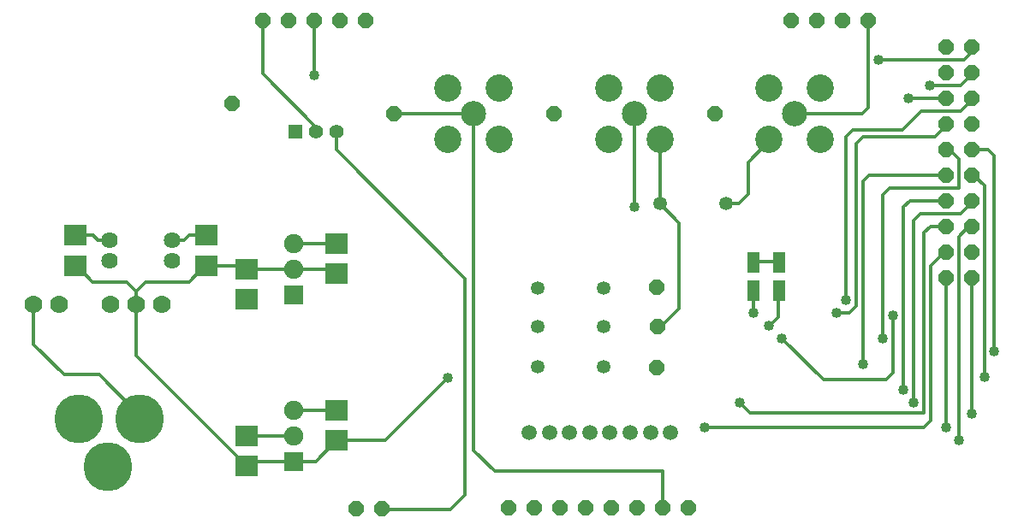
<source format=gbr>
G04 DipTrace 3.1.0.1*
G04 Bottom.gbr*
%MOIN*%
G04 #@! TF.FileFunction,Copper,L2,Bot*
G04 #@! TF.Part,Single*
%AMOUTLINE0*5,1,8,0,0,0.064944,-67.499833*%
%AMOUTLINE1*5,1,4,0,0,0.077949,-135.0*%
G04 #@! TA.AperFunction,Conductor*
%ADD13C,0.012992*%
%ADD14C,0.013*%
G04 #@! TA.AperFunction,ComponentPad*
%ADD18C,0.106299*%
%ADD19C,0.098425*%
%ADD20C,0.055118*%
%ADD21C,0.07*%
%ADD22C,0.05315*%
%ADD24R,0.047244X0.07874*%
G04 #@! TA.AperFunction,ComponentPad*
%ADD26C,0.19*%
%ADD27C,0.059055*%
%ADD28R,0.074803X0.074803*%
%ADD29C,0.074803*%
%ADD30C,0.064*%
%ADD32R,0.086614X0.07874*%
G04 #@! TA.AperFunction,ViaPad*
%ADD33C,0.04*%
G04 #@! TA.AperFunction,ComponentPad*
%ADD81OUTLINE0*%
%ADD82OUTLINE1*%
%FSLAX26Y26*%
G04*
G70*
G90*
G75*
G01*
G04 Bottom*
%LPD*%
X1720230Y1966686D2*
D13*
Y1896411D1*
X2222937Y1393703D1*
Y550249D1*
X2166688Y494000D1*
X1897937D1*
X1896937Y495000D1*
X3344000Y1260437D2*
Y1347937D1*
X956500Y847937D2*
D14*
X969000D1*
X797937Y1019000D1*
X660437D1*
X541688Y1137749D1*
Y1294000D1*
X3406500Y1210437D2*
D13*
X3408354D1*
X3442007Y1244089D1*
Y1345944D1*
X3444000Y1347937D1*
X3832705Y2247425D2*
X4164063D1*
X4194000Y2277362D1*
Y2297937D1*
X4031008Y2147425D2*
X4151572D1*
X4194000Y2189853D1*
Y2197937D1*
X3947665Y2097937D2*
X4094000D1*
X3705122Y1310437D2*
Y1947425D1*
X3731106Y1973409D1*
X3924157D1*
X3998173Y2047425D1*
X4151583D1*
X4194000Y2089843D1*
Y2097937D1*
X3667650Y1260437D2*
X3718626D1*
X3744610Y1286421D1*
Y1921441D1*
X3770594Y1947425D1*
X4051583D1*
X4094000Y1989843D1*
Y1997937D1*
X3849571Y1160437D2*
Y1721441D1*
X3875555Y1747425D1*
X4143488D1*
Y1861496D1*
X4107047Y1897937D1*
X4094000D1*
X4282976Y1110437D2*
Y1871953D1*
X4256992Y1897937D1*
X4194000D1*
X3770594Y1060437D2*
Y1771953D1*
X3796579Y1797937D1*
X4094000D1*
X4243488Y1010437D2*
Y1755245D1*
X4200797Y1797937D1*
X4194000D1*
X3928547Y960437D2*
Y1671953D1*
X3954531Y1697937D1*
X4094000D1*
X3968035Y910437D2*
Y1621441D1*
X3994020Y1647425D1*
X4151625D1*
X4194000Y1689801D1*
Y1697937D1*
X3291362Y910437D2*
X3330850Y870949D1*
X4007524D1*
Y1571953D1*
X4033508Y1597937D1*
X4094000D1*
X4143488Y761713D2*
Y1558030D1*
X4183395Y1597937D1*
X4194000D1*
X3889059Y1249925D2*
Y1025909D1*
X3863075Y999925D1*
X3617012D1*
X3456500Y1160437D1*
X3156157Y814697D2*
X4007524D1*
X4033508Y840681D1*
Y1441799D1*
X4089646Y1497937D1*
X4094000D1*
Y814701D2*
Y1397937D1*
X4194000Y867689D2*
Y1397937D1*
X1641490Y1966686D2*
Y1984152D1*
X1433764Y2191878D1*
Y2398724D1*
X3406500Y1935437D2*
Y1929188D1*
X3325249Y1847937D1*
Y1722936D1*
X3287751Y1685437D1*
X3237406D1*
X3506500Y2035437D2*
X3767228D1*
X3793213Y2061421D1*
Y2398724D1*
X837946Y1541751D2*
D14*
Y1544000D1*
X791686D1*
X773576Y1562110D1*
X704186D1*
X1554188Y781500D2*
X1373579D1*
X1372938Y780860D1*
X1633764Y2398724D2*
D13*
Y2186421D1*
X2881500Y2035437D2*
Y1672937D1*
X1944000Y2035437D2*
X2256500D1*
Y722937D1*
X2337749Y641688D1*
X2993213D1*
Y498724D1*
X2981500Y1685437D2*
Y1935437D1*
X2972937Y1206500D2*
X2985437D1*
X3056500Y1277563D1*
Y1610437D1*
X2981500Y1685437D1*
X3344000Y1458173D2*
Y1460437D1*
X3441736D1*
X3444000Y1458173D1*
X704186Y1444000D2*
D14*
X710437D1*
X772937Y1381500D1*
X904188D1*
X941688Y1344000D1*
Y1294000D1*
X1216686Y1444639D2*
Y1450249D1*
X1147937Y1381500D1*
X979188D1*
X941688Y1344000D1*
X1554188Y1431500D2*
X1373577D1*
X1372938Y1430861D1*
X1554188Y1431500D2*
X1686717D1*
X1704827D1*
X1722937Y1413390D1*
X1554188Y681500D2*
X1391689D1*
X1372938Y662749D1*
X1216686Y1444639D2*
X1359160D1*
X1372938Y1430861D1*
X1722937Y1412749D2*
X1686717Y1431500D1*
X941688Y1294000D2*
Y1094000D1*
X1372938Y662749D1*
X1554188Y681500D2*
X1641688D1*
X1722937Y762749D1*
X1910436D1*
X2154186Y1006500D1*
X1081697Y1541751D2*
X1126938D1*
X1147937Y1562749D1*
X1216686D1*
X1554188Y1531500D2*
X1722937D1*
X1554188Y881500D2*
X1722297D1*
X1722937Y880860D1*
D33*
X3344000Y1460437D3*
Y1260437D3*
X3832705Y2247425D3*
X4031008Y2147425D3*
X3947665Y2097937D3*
X3705122Y1310437D3*
X3667650Y1260437D3*
X3849571Y1160437D3*
X4282976Y1110437D3*
X3770594Y1060437D3*
X4243488Y1010437D3*
X3928547Y960437D3*
X3968035Y910437D3*
X3291362D3*
X4143488Y761713D3*
X3456500Y1160437D3*
X3889059Y1249925D3*
X3156157Y814697D3*
X4094000Y814701D3*
X4194000Y867689D3*
X3406500Y1210437D3*
X1633764Y2186421D3*
X2881500Y1672937D3*
X1372937Y1312751D3*
X1722937Y1531500D3*
Y1412749D3*
X1372937Y781500D3*
X1722937Y881500D3*
X2154186Y1006500D3*
D81*
X4194000Y2297937D3*
X4094000D3*
X4194000Y2197937D3*
X4094000D3*
X4194000Y2097937D3*
X4094000D3*
X4194000Y1997937D3*
X4094000D3*
X4194000Y1897937D3*
X4094000D3*
X4194000Y1797937D3*
X4094000D3*
X4194000Y1697937D3*
X4094000D3*
X4194000Y1597937D3*
X4094000D3*
X4194000Y1497937D3*
X4094000D3*
X4194000Y1397937D3*
X4094000D3*
X1316688Y2075251D3*
X1433764Y2398724D3*
X1533764D3*
X1633764D3*
X1733764D3*
X1833764D3*
X3493213D3*
X3593213D3*
X3693213D3*
X3793213D3*
X2393213Y498724D3*
X2493213D3*
X2593213D3*
X2693213D3*
X2793213D3*
X2893213D3*
X2993213D3*
X3093213D3*
D18*
X3406500Y1935437D3*
X3606500D3*
Y2135437D3*
X3406500D3*
D19*
X3506500Y2035437D3*
D18*
X2781500Y1935437D3*
X2981500D3*
Y2135437D3*
X2781500D3*
D19*
X2881500Y2035437D3*
D18*
X2156500Y1935437D3*
X2356500D3*
Y2135437D3*
X2156500D3*
D19*
X2256500Y2035437D3*
D82*
X1562749Y1966686D3*
D20*
X1641490D3*
X1720230D3*
D21*
X541688Y1294000D3*
D81*
X2569000Y2035437D3*
X1944000D3*
D22*
X2981500Y1685437D3*
X3237406D3*
D24*
X3344000Y1347937D3*
Y1458173D3*
X3444000D3*
Y1347937D3*
D81*
X3194000Y2035437D3*
X2969000Y1360437D3*
X2972937Y1206500D3*
X2969000Y1047937D3*
D26*
X831500Y660437D3*
X956500Y847937D3*
X719000D3*
D81*
X1796937Y495000D3*
X1896937D3*
D27*
X2471769Y794000D3*
X2550509D3*
X2629249D3*
X2707990D3*
X2786730D3*
X2865470D3*
X2944210D3*
X3022950D3*
D21*
X641688Y1294000D3*
X841688D3*
X941688D3*
X1041686D3*
D22*
X2504186Y1356500D3*
X2760092D3*
X2504186Y1206500D3*
X2760092D3*
X2504186Y1050249D3*
X2760092D3*
D28*
X1554188Y681500D3*
D29*
Y781500D3*
Y881500D3*
D28*
Y1331500D3*
D29*
Y1431500D3*
Y1531500D3*
D30*
X1081697Y1462751D3*
Y1541751D3*
X837946Y1462751D3*
Y1541751D3*
D32*
X1216686Y1562749D3*
Y1444639D3*
X704186Y1444000D3*
Y1562110D3*
X1372938Y1312751D3*
Y1430861D3*
Y662749D3*
Y780860D3*
X1722937Y762749D3*
Y880860D3*
Y1531500D3*
Y1413390D3*
M02*

</source>
